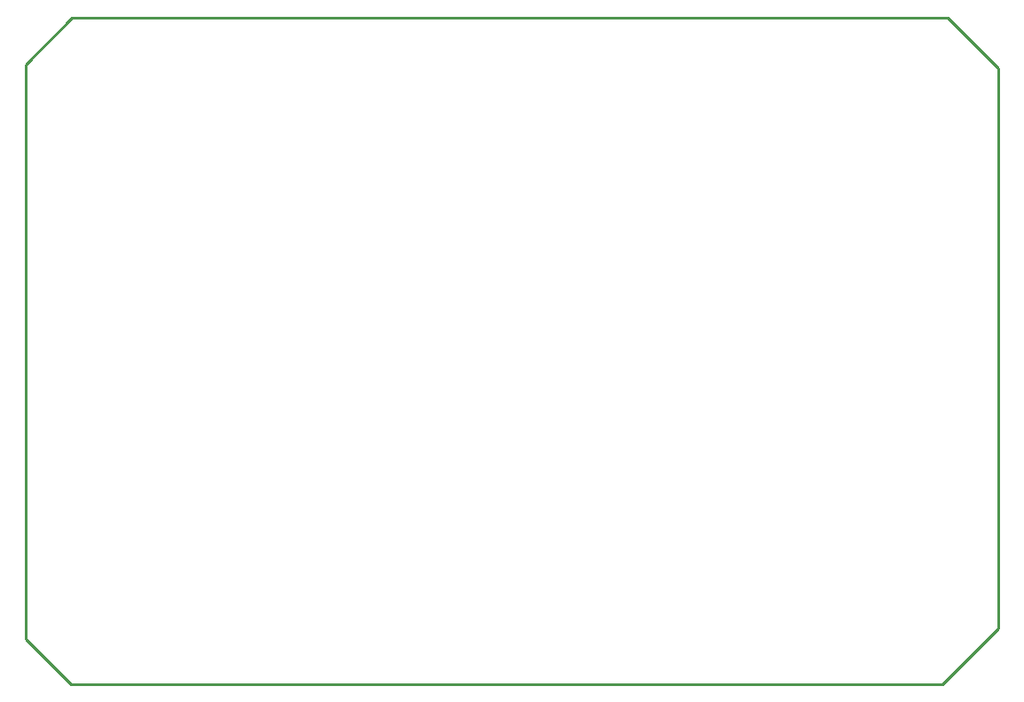
<source format=gko>
%FSTAX24Y24*%
%MOIN*%
G70*
G01*
G75*
G04 Layer_Color=16711935*
%ADD10R,0.0050X0.1000*%
%ADD11R,0.0500X0.0500*%
%ADD12R,0.0500X0.0500*%
%ADD13R,0.1969X0.0480*%
%ADD14R,0.0240X0.0870*%
%ADD15R,0.0240X0.0870*%
%ADD16C,0.0240*%
%ADD17C,0.0200*%
%ADD18C,0.0160*%
%ADD19C,0.0120*%
%ADD20O,0.0679X0.1200*%
%ADD21O,0.1200X0.0679*%
%ADD22C,0.1550*%
%ADD23C,0.0400*%
%ADD24C,0.0060*%
%ADD25C,0.0050*%
%ADD26C,0.0020*%
%ADD27C,0.0100*%
%ADD28C,0.0034*%
%ADD29R,0.0130X0.1080*%
%ADD30R,0.0660X0.0660*%
%ADD31R,0.0660X0.0660*%
%ADD32R,0.2049X0.0560*%
%ADD33R,0.0320X0.0950*%
%ADD34R,0.0320X0.0950*%
%ADD35O,0.0759X0.1280*%
%ADD36O,0.1280X0.0759*%
%ADD37C,0.1630*%
%ADD38C,0.0480*%
D27*
X04361Y03505D02*
X04465D01*
X04653Y03317D01*
Y01208D02*
Y03317D01*
X04445Y01D02*
X04653Y01208D01*
X0117Y01D02*
X04445D01*
X01Y0117D02*
X0117Y01D01*
X01Y0117D02*
Y0333D01*
X01175Y03505D01*
X04361D01*
M02*

</source>
